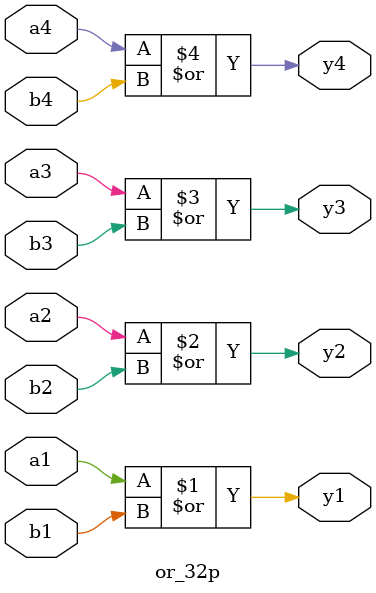
<source format=v>
module or_32p (
    input a1,
    input b1,
    output y1,

    input a2,
    input b2,
    output y2,

    input a3,
    input b3,
    output y3,

    input a4,
    input b4,
    output y4);

    assign y1 = a1 | b1;
    assign y2 = a2 | b2;
    assign y3 = a3 | b3;
    assign y4 = a4 | b4;

    /* Instantiation:
    or_32p new_instance (
        .a1(),
        .b1(),
        .y1(),

        .a2(),
        .b2(),
        .y2(),

        .a3(),
        .b3(),
        .y3(),

        .a4(),
        .b4(),
        .y4()
    );
    */
endmodule

</source>
